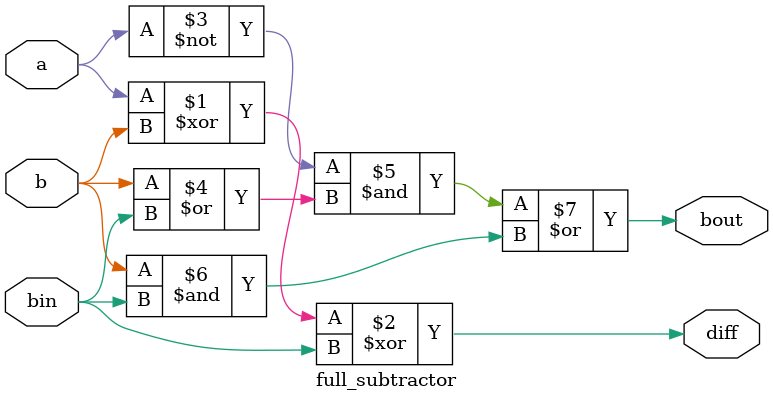
<source format=v>
module full_subtractor(
    input  wire a,
    input  wire b,
    input  wire bin,
    output wire diff,
    output wire bout
);

assign diff = a ^ b ^ bin;
assign bout = (~a & (b | bin)) | (b & bin);

endmodule

</source>
